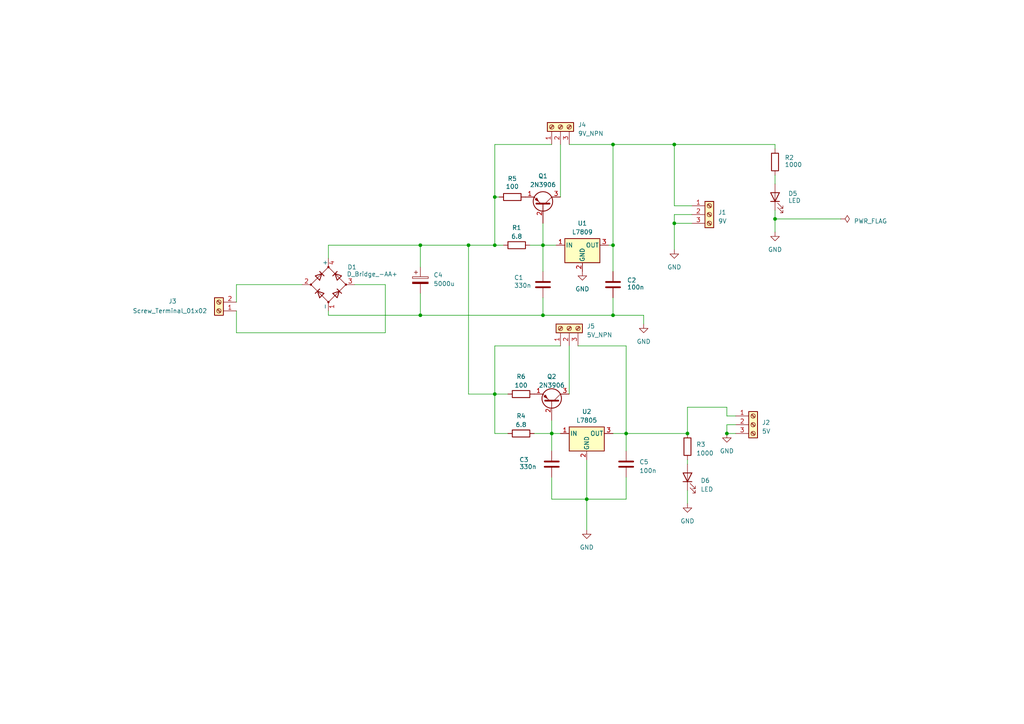
<source format=kicad_sch>
(kicad_sch (version 20231120) (generator "eeschema") (generator_version "8.0")
  (paper "A4")
  (lib_symbols
    (symbol "Connector:Screw_Terminal_01x02" (pin_names (offset 1.016) hide)
      (property "Reference" "J" (at 0 2.54 0))
      (property "Value" "Screw_Terminal_01x02" (at 0 -5.08 0))
      (symbol "Screw_Terminal_01x02_1_1"
        (rectangle (start -1.27 1.27) (end 1.27 -3.81) (stroke (width 0.254)) (fill (type background)))
        (circle (center 0 -2.54) (radius 0.635) (stroke (width 0.1524)))
        (polyline (pts (xy -0.5334 -2.2098) (xy 0.3302 -3.048)) (stroke (width 0.1524)))
        (polyline (pts (xy -0.5334 0.3302) (xy 0.3302 -0.508)) (stroke (width 0.1524)))
        (polyline (pts (xy -0.3556 -2.032) (xy 0.508 -2.8702)) (stroke (width 0.1524)))
        (polyline (pts (xy -0.3556 0.508) (xy 0.508 -0.3302)) (stroke (width 0.1524)))
        (circle (center 0 0) (radius 0.635) (stroke (width 0.1524)))
        (pin passive line (at -5.08 0 0) (length 3.81) (name "Pin_1") (number "1"))
        (pin passive line (at -5.08 -2.54 0) (length 3.81) (name "Pin_2") (number "2"))
      )
    )
    (symbol "Connector:Screw_Terminal_01x03" (pin_names (offset 1.016) hide)
      (property "Reference" "J" (at 0 5.08 0))
      (property "Value" "Screw_Terminal_01x03" (at 0 -5.08 0))
      (symbol "Screw_Terminal_01x03_1_1"
        (rectangle (start -1.27 3.81) (end 1.27 -3.81) (stroke (width 0.254)) (fill (type background)))
        (circle (center 0 -2.54) (radius 0.635) (stroke (width 0.1524)))
        (polyline (pts (xy -0.5334 -2.2098) (xy 0.3302 -3.048)) (stroke (width 0.1524)))
        (polyline (pts (xy -0.5334 0.3302) (xy 0.3302 -0.508)) (stroke (width 0.1524)))
        (polyline (pts (xy -0.5334 2.8702) (xy 0.3302 2.032)) (stroke (width 0.1524)))
        (polyline (pts (xy -0.3556 -2.032) (xy 0.508 -2.8702)) (stroke (width 0.1524)))
        (polyline (pts (xy -0.3556 0.508) (xy 0.508 -0.3302)) (stroke (width 0.1524)))
        (polyline (pts (xy -0.3556 3.048) (xy 0.508 2.2098)) (stroke (width 0.1524)))
        (circle (center 0 0) (radius 0.635) (stroke (width 0.1524)))
        (circle (center 0 2.54) (radius 0.635) (stroke (width 0.1524)))
        (pin passive line (at -5.08 2.54 0) (length 3.81) (name "Pin_1") (number "1"))
        (pin passive line (at -5.08 0 0) (length 3.81) (name "Pin_2") (number "2"))
        (pin passive line (at -5.08 -2.54 0) (length 3.81) (name "Pin_3") (number "3"))
      )
    )
    (symbol "Device:C" (pin_numbers hide) (pin_names (offset 0.254))
      (property "Reference" "C" (at 0.635 2.54 0))
      (property "Value" "C" (at 0.635 -2.54 0))
      (symbol "C_0_1"
        (polyline (pts (xy -2.032 -0.762) (xy 2.032 -0.762)) (stroke (width 0.508)))
        (polyline (pts (xy -2.032 0.762) (xy 2.032 0.762)) (stroke (width 0.508)))
      )
      (symbol "C_1_1"
        (pin passive line (at 0 3.81 270) (length 2.794) (name "~") (number "1"))
        (pin passive line (at 0 -3.81 90) (length 2.794) (name "~") (number "2"))
      )
    )
    (symbol "Device:C_Polarized" (pin_numbers hide) (pin_names (offset 0.254))
      (property "Reference" "C" (at 0.635 2.54 0))
      (property "Value" "C_Polarized" (at 0.635 -2.54 0))
      (symbol "C_Polarized_0_1"
        (rectangle (start -2.286 0.508) (end 2.286 1.016))
        (polyline (pts (xy -1.778 2.286) (xy -0.762 2.286)))
        (polyline (pts (xy -1.27 2.794) (xy -1.27 1.778)))
        (rectangle (start 2.286 -0.508) (end -2.286 -1.016) (fill (type outline)))
      )
      (symbol "C_Polarized_1_1"
        (pin passive line (at 0 3.81 270) (length 2.794) (name "~") (number "1"))
        (pin passive line (at 0 -3.81 90) (length 2.794) (name "~") (number "2"))
      )
    )
    (symbol "Device:D_Bridge_-AA+" (pin_names (offset 0))
      (property "Reference" "D" (at 2.54 6.985 0))
      (property "Value" "D_Bridge_-AA+" (at 2.54 5.08 0))
      (symbol "D_Bridge_-AA+_0_1"
        (circle (center -5.08 0) (radius 0.254) (fill (type outline)))
        (circle (center 0 -5.08) (radius 0.254) (fill (type outline)))
        (polyline (pts (xy -2.54 3.81) (xy -1.27 2.54)) (stroke (width 0.254)))
        (polyline (pts (xy -1.27 -2.54) (xy -2.54 -3.81)) (stroke (width 0.254)))
        (polyline (pts (xy 2.54 -1.27) (xy 3.81 -2.54)) (stroke (width 0.254)))
        (polyline (pts (xy 2.54 1.27) (xy 3.81 2.54)) (stroke (width 0.254)))
        (polyline (pts (xy -3.81 2.54) (xy -2.54 1.27) (xy -1.905 3.175) (xy -3.81 2.54)) (stroke (width 0.254)))
        (polyline (pts (xy -2.54 -1.27) (xy -3.81 -2.54) (xy -1.905 -3.175) (xy -2.54 -1.27)) (stroke (width 0.254)))
        (polyline (pts (xy 1.27 2.54) (xy 2.54 3.81) (xy 3.175 1.905) (xy 1.27 2.54)) (stroke (width 0.254)))
        (polyline (pts (xy 3.175 -1.905) (xy 1.27 -2.54) (xy 2.54 -3.81) (xy 3.175 -1.905)) (stroke (width 0.254)))
        (polyline (pts (xy -5.08 0) (xy 0 -5.08) (xy 5.08 0) (xy 0 5.08) (xy -5.08 0)))
        (circle (center 0 5.08) (radius 0.254) (fill (type outline)))
        (circle (center 5.08 0) (radius 0.254) (fill (type outline)))
      )
      (symbol "D_Bridge_-AA+_1_1"
        (pin passive line (at -7.62 0 0) (length 2.54) (name "-") (number "1"))
        (pin passive line (at 0 7.62 270) (length 2.54) (name "~") (number "2"))
        (pin passive line (at 0 -7.62 90) (length 2.54) (name "~") (number "3"))
        (pin passive line (at 7.62 0 180) (length 2.54) (name "+") (number "4"))
      )
    )
    (symbol "Device:LED" (pin_numbers hide) (pin_names (offset 1.016) hide)
      (property "Reference" "D" (at 0 2.54 0))
      (property "Value" "LED" (at 0 -2.54 0))
      (symbol "LED_0_1"
        (polyline (pts (xy -1.27 -1.27) (xy -1.27 1.27)) (stroke (width 0.254)))
        (polyline (pts (xy -1.27 0) (xy 1.27 0)))
        (polyline (pts (xy 1.27 -1.27) (xy 1.27 1.27) (xy -1.27 0) (xy 1.27 -1.27)) (stroke (width 0.254)))
        (polyline (pts (xy -3.048 -0.762) (xy -4.572 -2.286) (xy -3.81 -2.286) (xy -4.572 -2.286) (xy -4.572 -1.524)))
        (polyline (pts (xy -1.778 -0.762) (xy -3.302 -2.286) (xy -2.54 -2.286) (xy -3.302 -2.286) (xy -3.302 -1.524)))
      )
      (symbol "LED_1_1"
        (pin passive line (at -3.81 0 0) (length 2.54) (name "K") (number "1"))
        (pin passive line (at 3.81 0 180) (length 2.54) (name "A") (number "2"))
      )
    )
    (symbol "Device:R" (pin_numbers hide) (pin_names (offset 0))
      (property "Reference" "R" (at 2.032 0 90))
      (property "Value" "R" (at 0 0 90))
      (symbol "R_0_1"
        (rectangle (start -1.016 -2.54) (end 1.016 2.54) (stroke (width 0.254)))
      )
      (symbol "R_1_1"
        (pin passive line (at 0 3.81 270) (length 1.27) (name "~") (number "1"))
        (pin passive line (at 0 -3.81 90) (length 1.27) (name "~") (number "2"))
      )
    )
    (symbol "Regulator_Linear:L7805" (pin_names (offset 0.254))
      (property "Reference" "U2" (at 0 6.35 0))
      (property "Value" "L7805" (at 0 3.81 0))
      (symbol "L7805_0_1"
        (rectangle (start -5.08 1.905) (end 5.08 -5.08) (stroke (width 0.254)) (fill (type background)))
      )
      (symbol "L7805_1_1"
        (pin input line (at -7.62 0 0) (length 2.54) (name "IN") (number "1"))
        (pin passive line (at 0 -7.62 90) (length 2.54) (name "GND") (number "2"))
        (pin output line (at 7.62 0 180) (length 2.54) (name "OUT") (number "3"))
      )
    )
    (symbol "Regulator_Linear:L7809" (pin_names (offset 0.254))
      (property "Reference" "U1" (at 0 6.35 0))
      (property "Value" "L7809" (at 0 3.81 0))
      (symbol "L7809_0_1"
        (rectangle (start -5.08 1.905) (end 5.08 -5.08) (stroke (width 0.254)) (fill (type background)))
      )
      (symbol "L7809_1_1"
        (pin input line (at -7.62 0 0) (length 2.54) (name "IN") (number "1"))
        (pin passive line (at 0 -7.62 90) (length 2.54) (name "GND") (number "2"))
        (pin output line (at 7.62 0 180) (length 2.54) (name "OUT") (number "3"))
      )
    )
    (symbol "Transistor_BJT:2N3906" (pin_names (offset 0) hide)
      (property "Reference" "Q" (at 5.08 1.905 0))
      (property "Value" "2N3906" (at 5.08 0 0))
      (symbol "2N3906_0_1"
        (polyline (pts (xy 0.635 0.635) (xy 2.54 2.54)))
        (polyline (pts (xy 0.635 -0.635) (xy 2.54 -2.54) (xy 2.54 -2.54)))
        (polyline (pts (xy 0.635 1.905) (xy 0.635 -1.905) (xy 0.635 -1.905)) (stroke (width 0.508)))
        (polyline (pts (xy 2.286 -1.778) (xy 1.778 -2.286) (xy 1.27 -1.27) (xy 2.286 -1.778) (xy 2.286 -1.778)) (fill (type outline)))
        (circle (center 1.27 0) (radius 2.8194) (stroke (width 0.254)))
      )
      (symbol "2N3906_1_1"
        (pin passive line (at 2.54 -5.08 90) (length 2.54) (name "E") (number "1"))
        (pin input line (at -5.08 0 0) (length 5.715) (name "B") (number "2"))
        (pin passive line (at 2.54 5.08 270) (length 2.54) (name "C") (number "3"))
      )
    )
    (symbol "power:GND" (power) (pin_names (offset 0))
      (property "Value" "GND" (at 0 -3.81 0))
      (symbol "GND_0_1"
        (polyline (pts (xy 0 0) (xy 0 -1.27) (xy 1.27 -1.27) (xy 0 -2.54) (xy -1.27 -1.27) (xy 0 -1.27)))
      )
      (symbol "GND_1_1"
        (pin power_in line (at 0 0 270) (length 0) hide (name "GND") (number "1"))
      )
    )
    (symbol "power:PWR_FLAG" (power) (pin_numbers hide) (pin_names (offset 0) hide)
      (property "Value" "PWR_FLAG" (at 0 3.81 0))
      (symbol "PWR_FLAG_0_0"
        (pin power_out line (at 0 0 90) (length 0) (name "pwr") (number "1"))
      )
      (symbol "PWR_FLAG_0_1"
        (polyline (pts (xy 0 0) (xy 0 1.27) (xy -1.016 1.905) (xy 0 2.54) (xy 1.016 1.905) (xy 0 1.27)))
      )
    )
  )
  (junction (at 121.92 71.12))
  (junction (at 157.48 71.12))
  (junction (at 143.51 114.3))
  (junction (at 181.61 125.73))
  (junction (at 143.51 71.12))
  (junction (at 195.58 64.77))
  (junction (at 135.89 71.12))
  (junction (at 143.51 57.15))
  (junction (at 199.39 125.73))
  (junction (at 160.02 125.73))
  (junction (at 195.58 41.91))
  (junction (at 177.8 41.91))
  (junction (at 224.79 63.5))
  (junction (at 157.48 91.44))
  (junction (at 177.8 91.44))
  (junction (at 210.82 125.73))
  (junction (at 121.92 91.44))
  (junction (at 177.8 71.12))
  (junction (at 170.18 144.78))
  (wire (pts (xy 135.89 71.12) (xy 143.51 71.12)))
  (wire (pts (xy 181.61 125.73) (xy 181.61 130.81)))
  (wire (pts (xy 143.51 114.3) (xy 147.32 114.3)))
  (wire (pts (xy 135.89 114.3) (xy 135.89 71.12)))
  (wire (pts (xy 143.51 71.12) (xy 143.51 57.15)))
  (wire (pts (xy 157.48 64.77) (xy 157.48 71.12)))
  (wire (pts (xy 165.1 100.33) (xy 165.1 114.3)))
  (wire (pts (xy 224.79 41.91) (xy 224.79 43.18)))
  (wire (pts (xy 210.82 120.65) (xy 210.82 118.11)))
  (wire (pts (xy 143.51 114.3) (xy 143.51 100.33)))
  (wire (pts (xy 177.8 125.73) (xy 181.61 125.73)))
  (wire (pts (xy 210.82 125.73) (xy 210.82 123.19)))
  (wire (pts (xy 200.66 62.23) (xy 195.58 62.23)))
  (wire (pts (xy 143.51 100.33) (xy 162.56 100.33)))
  (wire (pts (xy 143.51 57.15) (xy 144.78 57.15)))
  (wire (pts (xy 111.76 82.55) (xy 102.87 82.55)))
  (wire (pts (xy 165.1 41.91) (xy 177.8 41.91)))
  (wire (pts (xy 154.94 125.73) (xy 160.02 125.73)))
  (wire (pts (xy 177.8 91.44) (xy 186.69 91.44)))
  (wire (pts (xy 160.02 138.43) (xy 160.02 144.78)))
  (wire (pts (xy 213.36 120.65) (xy 210.82 120.65)))
  (wire (pts (xy 167.64 100.33) (xy 181.61 100.33)))
  (wire (pts (xy 170.18 144.78) (xy 181.61 144.78)))
  (wire (pts (xy 68.58 96.52) (xy 111.76 96.52)))
  (wire (pts (xy 200.66 59.69) (xy 195.58 59.69)))
  (wire (pts (xy 143.51 114.3) (xy 135.89 114.3)))
  (wire (pts (xy 181.61 125.73) (xy 199.39 125.73)))
  (wire (pts (xy 162.56 41.91) (xy 162.56 57.15)))
  (wire (pts (xy 177.8 41.91) (xy 177.8 71.12)))
  (wire (pts (xy 176.53 71.12) (xy 177.8 71.12)))
  (wire (pts (xy 68.58 90.17) (xy 68.58 96.52)))
  (wire (pts (xy 160.02 121.92) (xy 160.02 125.73)))
  (wire (pts (xy 95.25 90.17) (xy 95.25 91.44)))
  (wire (pts (xy 157.48 71.12) (xy 157.48 78.74)))
  (wire (pts (xy 213.36 123.19) (xy 210.82 123.19)))
  (wire (pts (xy 121.92 91.44) (xy 157.48 91.44)))
  (wire (pts (xy 195.58 62.23) (xy 195.58 64.77)))
  (wire (pts (xy 121.92 85.09) (xy 121.92 91.44)))
  (wire (pts (xy 224.79 63.5) (xy 224.79 67.31)))
  (wire (pts (xy 95.25 71.12) (xy 121.92 71.12)))
  (wire (pts (xy 199.39 134.62) (xy 199.39 133.35)))
  (wire (pts (xy 68.58 82.55) (xy 87.63 82.55)))
  (wire (pts (xy 199.39 118.11) (xy 210.82 118.11)))
  (wire (pts (xy 121.92 71.12) (xy 121.92 77.47)))
  (wire (pts (xy 143.51 125.73) (xy 143.51 114.3)))
  (wire (pts (xy 170.18 144.78) (xy 170.18 153.67)))
  (wire (pts (xy 95.25 91.44) (xy 121.92 91.44)))
  (wire (pts (xy 157.48 86.36) (xy 157.48 91.44)))
  (wire (pts (xy 111.76 96.52) (xy 111.76 82.55)))
  (wire (pts (xy 195.58 41.91) (xy 224.79 41.91)))
  (wire (pts (xy 160.02 144.78) (xy 170.18 144.78)))
  (wire (pts (xy 157.48 91.44) (xy 177.8 91.44)))
  (wire (pts (xy 95.25 74.93) (xy 95.25 71.12)))
  (wire (pts (xy 199.39 142.24) (xy 199.39 146.05)))
  (wire (pts (xy 143.51 57.15) (xy 143.51 41.91)))
  (wire (pts (xy 177.8 86.36) (xy 177.8 91.44)))
  (wire (pts (xy 121.92 71.12) (xy 135.89 71.12)))
  (wire (pts (xy 224.79 60.96) (xy 224.79 63.5)))
  (wire (pts (xy 181.61 144.78) (xy 181.61 138.43)))
  (wire (pts (xy 160.02 125.73) (xy 160.02 130.81)))
  (wire (pts (xy 153.67 71.12) (xy 157.48 71.12)))
  (wire (pts (xy 68.58 82.55) (xy 68.58 87.63)))
  (wire (pts (xy 210.82 125.73) (xy 213.36 125.73)))
  (wire (pts (xy 181.61 100.33) (xy 181.61 125.73)))
  (wire (pts (xy 195.58 64.77) (xy 195.58 72.39)))
  (wire (pts (xy 195.58 41.91) (xy 195.58 59.69)))
  (wire (pts (xy 170.18 133.35) (xy 170.18 144.78)))
  (wire (pts (xy 186.69 93.98) (xy 186.69 91.44)))
  (wire (pts (xy 224.79 63.5) (xy 243.84 63.5)))
  (wire (pts (xy 161.29 71.12) (xy 157.48 71.12)))
  (wire (pts (xy 143.51 41.91) (xy 160.02 41.91)))
  (wire (pts (xy 199.39 125.73) (xy 199.39 118.11)))
  (wire (pts (xy 224.79 53.34) (xy 224.79 50.8)))
  (wire (pts (xy 143.51 125.73) (xy 147.32 125.73)))
  (wire (pts (xy 177.8 71.12) (xy 177.8 78.74)))
  (wire (pts (xy 200.66 64.77) (xy 195.58 64.77)))
  (wire (pts (xy 143.51 71.12) (xy 146.05 71.12)))
  (wire (pts (xy 177.8 41.91) (xy 195.58 41.91)))
  (wire (pts (xy 160.02 125.73) (xy 162.56 125.73)))
  (symbol (lib_id "Device:R") (at 224.79 46.99 0) (unit 1)
    (property "Reference" "R2" (at 227.584 45.72 0) (effects (justify left)))
    (property "Value" "1000" (at 227.584 47.752 0) (effects (justify left)))
    (property "Footprint" "Resistor_SMD:R_0805_2012Metric_Pad1.20x1.40mm_HandSolder" (effects (hide yes)))
  )
  (symbol (lib_id "Regulator_Linear:L7805") (at 170.18 125.73 0) (unit 1)
    (property "Reference" "U2" (at 170.18 119.38 0))
    (property "Value" "L7805" (at 170.18 121.92 0))
    (property "Footprint" "7805:7805" (effects (hide yes)))
    (property "Datasheet" "http://www.st.com/content/ccc/resource/technical/document/datasheet/41/4f/b3/b0/12/d4/47/88/CD00000444.pdf/files/CD00000444.pdf/jcr:content/translations/en.CD00000444.pdf" (effects (hide yes)))
  )
  (symbol (lib_id "Device:R") (at 151.13 125.73 90) (unit 1)
    (property "Reference" "R4" (at 151.13 120.65 90))
    (property "Value" "6.8" (at 151.13 123.19 90))
    (property "Footprint" "Resistor_THT:R_Axial_DIN0516_L15.5mm_D5.0mm_P20.32mm_Horizontal" (effects (hide yes)))
  )
  (symbol (lib_id "Regulator_Linear:L7809") (at 168.91 71.12 0) (unit 1)
    (property "Reference" "U1" (at 168.91 64.77 0))
    (property "Value" "L7809" (at 168.91 67.31 0))
    (property "Footprint" "L7809:L7809" (effects (hide yes)))
    (property "Datasheet" "http://www.st.com/content/ccc/resource/technical/document/datasheet/41/4f/b3/b0/12/d4/47/88/CD00000444.pdf/files/CD00000444.pdf/jcr:content/translations/en.CD00000444.pdf" (effects (hide yes)))
  )
  (symbol (lib_id "Device:R") (at 148.59 57.15 90) (unit 1)
    (property "Reference" "R5" (at 148.59 51.816 90))
    (property "Value" "100" (at 148.59 54.102 90))
    (property "Footprint" "Resistor_THT:R_Axial_DIN0207_L6.3mm_D2.5mm_P10.16mm_Horizontal" (effects (hide yes)))
  )
  (symbol (lib_id "power:GND") (at 199.39 146.05 0) (unit 1)
    (property "Reference" "#PWR07" (effects (hide yes)))
    (property "Value" "GND" (at 199.39 151.13 0))
  )
  (symbol (lib_id "Connector:Screw_Terminal_01x03") (at 165.1 95.25 90) (unit 1)
    (property "Reference" "J5" (at 170.18 94.615 90) (effects (justify right)))
    (property "Value" "5V_NPN" (at 170.18 97.155 90) (effects (justify right)))
    (property "Footprint" "TerminalBlock:TerminalBlock_bornier-3_P5.08mm" (effects (hide yes)))
  )
  (symbol (lib_id "power:GND") (at 210.82 125.73 0) (unit 1)
    (property "Reference" "#PWR05" (effects (hide yes)))
    (property "Value" "GND" (at 210.82 130.81 0))
  )
  (symbol (lib_id "Connector:Screw_Terminal_01x03") (at 205.74 62.23 0) (unit 1)
    (property "Reference" "J1" (at 208.28 61.595 0) (effects (justify left)))
    (property "Value" "9V" (at 208.28 64.135 0) (effects (justify left)))
    (property "Footprint" "TerminalBlock:TerminalBlock_bornier-3_P5.08mm" (effects (hide yes)))
  )
  (symbol (lib_id "Transistor_BJT:2N3906") (at 157.48 59.69 270) (mirror x) (unit 1)
    (property "Reference" "Q1" (at 157.48 51.054 90))
    (property "Value" "2N3906" (at 157.48 53.594 90))
    (property "Footprint" "Package_TO_SOT_THT:TO-92_Inline_Wide" (effects (hide yes)))
    (property "Datasheet" "https://www.onsemi.com/pub/Collateral/2N3906-D.PDF" (effects (hide yes)))
  )
  (symbol (lib_id "Device:C") (at 177.8 82.55 0) (unit 1)
    (property "Reference" "C2" (at 181.864 81.28 0) (effects (justify left)))
    (property "Value" "100n" (at 181.864 83.312 0) (effects (justify left)))
    (property "Footprint" "Capacitor_THT:C_Disc_D5.0mm_W2.5mm_P5.00mm" (effects (hide yes)))
  )
  (symbol (lib_id "Device:LED") (at 224.79 57.15 90) (unit 1)
    (property "Reference" "D5" (at 228.6 56.134 90) (effects (justify right)))
    (property "Value" "LED" (at 228.6 58.166 90) (effects (justify right)))
    (property "Footprint" "LED_THT:LED_D3.0mm" (effects (hide yes)))
  )
  (symbol (lib_id "Device:D_Bridge_-AA+") (at 95.25 82.55 90) (unit 1)
    (property "Reference" "D1" (at 102.108 77.47 90))
    (property "Value" "D_Bridge_-AA+" (at 107.95 79.502 90))
    (property "Footprint" "PBL405:PBL405" (effects (hide yes)))
  )
  (symbol (lib_id "Device:C_Polarized") (at 121.92 81.28 0) (unit 1)
    (property "Reference" "C4" (at 125.73 79.756 0) (effects (justify left)))
    (property "Value" "5000u" (at 125.73 82.296 0) (effects (justify left)))
    (property "Footprint" "Capacitor_THT:CP_Radial_D10.0mm_P5.00mm" (effects (hide yes)))
  )
  (symbol (lib_id "Device:R") (at 151.13 114.3 90) (unit 1)
    (property "Reference" "R6" (at 151.13 109.22 90))
    (property "Value" "100" (at 151.13 111.76 90))
    (property "Footprint" "Resistor_THT:R_Axial_DIN0207_L6.3mm_D2.5mm_P10.16mm_Horizontal" (effects (hide yes)))
  )
  (symbol (lib_id "Device:C") (at 157.48 82.55 0) (unit 1)
    (property "Reference" "C1" (at 149.098 80.518 0) (effects (justify left)))
    (property "Value" "330n" (at 149.098 82.804 0) (effects (justify left)))
    (property "Footprint" "Capacitor_THT:C_Disc_D5.0mm_W2.5mm_P5.00mm" (effects (hide yes)))
  )
  (symbol (lib_id "power:GND") (at 186.69 93.98 0) (unit 1)
    (property "Reference" "#PWR03" (effects (hide yes)))
    (property "Value" "GND" (at 186.69 99.06 0))
  )
  (symbol (lib_id "Device:C") (at 181.61 134.62 0) (unit 1)
    (property "Reference" "C5" (at 185.42 133.985 0) (effects (justify left)))
    (property "Value" "100n" (at 185.42 136.525 0) (effects (justify left)))
    (property "Footprint" "Capacitor_THT:C_Disc_D5.0mm_W2.5mm_P5.00mm" (effects (hide yes)))
  )
  (symbol (lib_id "power:GND") (at 224.79 67.31 0) (unit 1)
    (property "Reference" "#PWR06" (effects (hide yes)))
    (property "Value" "GND" (at 224.79 72.39 0))
  )
  (symbol (lib_id "power:GND") (at 168.91 78.74 0) (unit 1)
    (property "Reference" "#PWR02" (effects (hide yes)))
    (property "Value" "GND" (at 168.91 83.82 0))
  )
  (symbol (lib_id "power:GND") (at 195.58 72.39 0) (unit 1)
    (property "Reference" "#PWR04" (effects (hide yes)))
    (property "Value" "GND" (at 195.58 77.47 0))
  )
  (symbol (lib_id "Device:R") (at 149.86 71.12 90) (unit 1)
    (property "Reference" "R1" (at 149.86 66.04 90))
    (property "Value" "6.8" (at 149.86 68.58 90))
    (property "Footprint" "Resistor_THT:R_Axial_DIN0516_L15.5mm_D5.0mm_P20.32mm_Horizontal" (effects (hide yes)))
  )
  (symbol (lib_id "Connector:Screw_Terminal_01x03") (at 162.56 36.83 90) (unit 1)
    (property "Reference" "J4" (at 167.64 36.195 90) (effects (justify right)))
    (property "Value" "9V_NPN" (at 167.64 38.735 90) (effects (justify right)))
    (property "Footprint" "TerminalBlock:TerminalBlock_bornier-3_P5.08mm" (effects (hide yes)))
  )
  (symbol (lib_id "Connector:Screw_Terminal_01x03") (at 218.44 123.19 0) (unit 1)
    (property "Reference" "J2" (at 220.98 122.555 0) (effects (justify left)))
    (property "Value" "5V" (at 220.98 125.095 0) (effects (justify left)))
    (property "Footprint" "TerminalBlock:TerminalBlock_bornier-3_P5.08mm" (effects (hide yes)))
  )
  (symbol (lib_id "Device:C") (at 160.02 134.62 0) (unit 1)
    (property "Reference" "C3" (at 150.622 133.35 0) (effects (justify left)))
    (property "Value" "330n" (at 150.622 135.382 0) (effects (justify left)))
    (property "Footprint" "Capacitor_THT:C_Disc_D5.0mm_W2.5mm_P5.00mm" (effects (hide yes)))
  )
  (symbol (lib_id "Device:R") (at 199.39 129.54 0) (unit 1)
    (property "Reference" "R3" (at 201.93 128.905 0) (effects (justify left)))
    (property "Value" "1000" (at 201.93 131.445 0) (effects (justify left)))
    (property "Footprint" "Resistor_SMD:R_0805_2012Metric_Pad1.20x1.40mm_HandSolder" (effects (hide yes)))
  )
  (symbol (lib_id "Device:LED") (at 199.39 138.43 90) (unit 1)
    (property "Reference" "D6" (at 203.2 139.3825 90) (effects (justify right)))
    (property "Value" "LED" (at 203.2 141.9225 90) (effects (justify right)))
    (property "Footprint" "LED_THT:LED_D3.0mm" (effects (hide yes)))
  )
  (symbol (lib_id "Connector:Screw_Terminal_01x02") (at 63.5 90.17 180) (unit 1)
    (property "Reference" "J3" (at 50.038 87.376 0))
    (property "Value" "Screw_Terminal_01x02" (at 49.276 90.17 0))
    (property "Footprint" "TerminalBlock:TerminalBlock_bornier-2_P5.08mm" (effects (hide yes)))
  )
  (symbol (lib_id "Transistor_BJT:2N3906") (at 160.02 116.84 270) (mirror x) (unit 1)
    (property "Reference" "Q2" (at 160.02 109.22 90))
    (property "Value" "2N3906" (at 160.02 111.76 90))
    (property "Footprint" "Package_TO_SOT_THT:TO-92_Inline_Wide" (effects (hide yes)))
    (property "Datasheet" "https://www.onsemi.com/pub/Collateral/2N3906-D.PDF" (effects (hide yes)))
  )
  (symbol (lib_id "power:GND") (at 170.18 153.67 0) (unit 1)
    (property "Reference" "#PWR09" (effects (hide yes)))
    (property "Value" "GND" (at 170.18 158.75 0))
  )
  (symbol (lib_id "power:PWR_FLAG") (at 243.84 63.5 270) (unit 1)
    (property "Reference" "#FLG01" (effects (hide yes)))
    (property "Value" "PWR_FLAG" (at 247.65 64.135 90) (effects (justify left)))
  )
)
</source>
